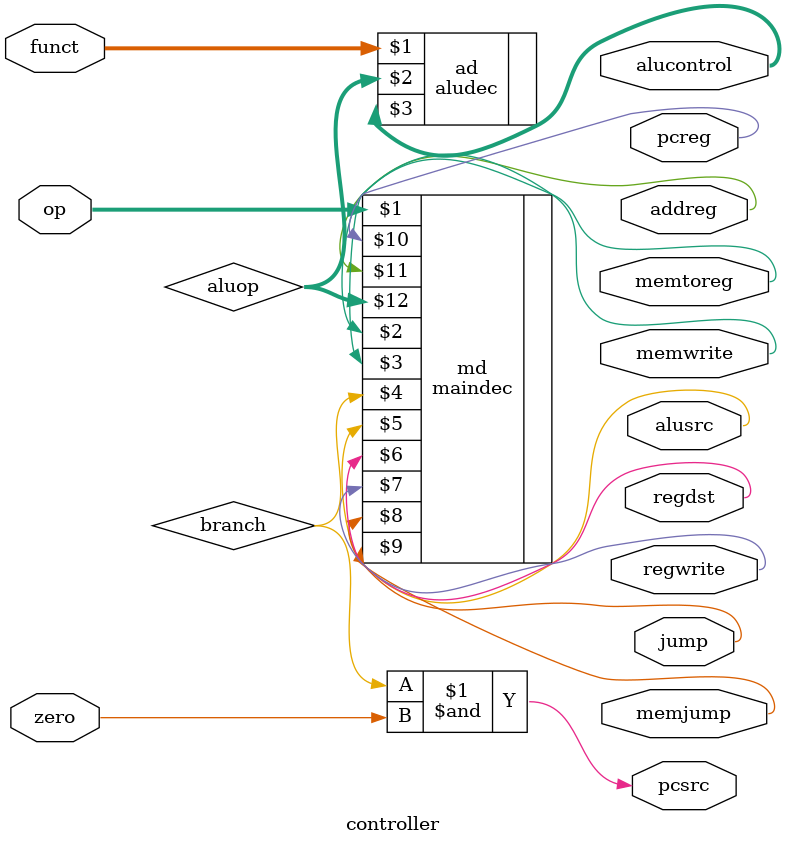
<source format=sv>
`timescale 1ns / 1ps


module controller(input  logic[5:0] op, funct,
                  input  logic     zero,
                  output logic     memtoreg, memwrite,
                  output logic     pcsrc, alusrc,
                  output logic     regdst, regwrite,
                  output logic     jump,
                  output logic     memjump, pcreg,
                  output logic     addreg,
                  output logic[2:0] alucontrol);

   logic [1:0] aluop;
   logic       branch;

   maindec md (op, memtoreg, memwrite, branch, alusrc, regdst, regwrite, 
		 jump, memjump, pcreg, addreg, aluop);

   aludec  ad (funct, aluop, alucontrol);

   assign pcsrc = branch & zero;

endmodule

</source>
